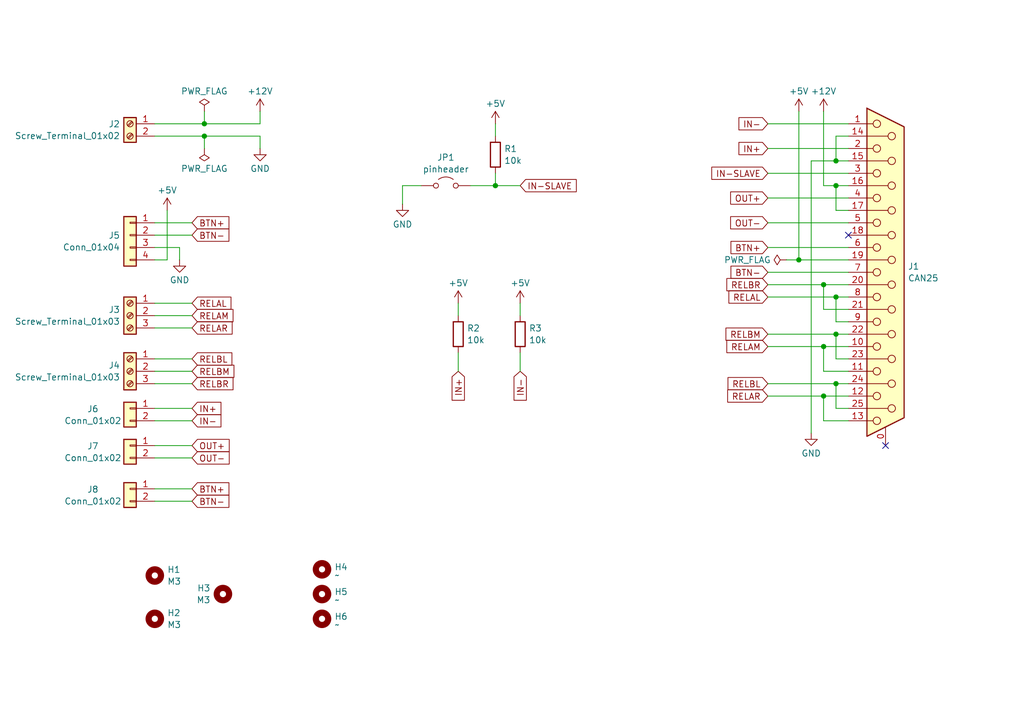
<source format=kicad_sch>
(kicad_sch (version 20231120) (generator "eeschema") (generator_version "8.0")
  (paper "A5")
  (title_block (title "WexlaCon - turnout connector") (date "2025-02-28") (rev "4.0") (company "Model Railroader Club Brno I – KMŽ Brno I – https://kmz-brno.cz/") (comment 1 "Jan Horáček") (comment 2 "https://github.com/kmzbrnoI/hwexla") (comment 3 "https://creativecommons.org/licenses/by-sa/4.0/") (comment 4 "Released under the Creative Commons Attribution-ShareAlike 4.0 License"))
  (lib_symbols
    (symbol "Connector:DB25_Receptacle_MountingHoles" (pin_names (offset 1.016) hide)
      (property "Reference" "J" (at 0 36.83 0))
      (property "Value" "DB25_Receptacle_MountingHoles" (at 0 34.925 0))
      (symbol "DB25_Receptacle_MountingHoles_0_1"
        (circle (center -1.778 -30.48) (radius 0.762))
        (circle (center -1.778 -25.4) (radius 0.762))
        (circle (center -1.778 -20.32) (radius 0.762))
        (circle (center -1.778 -15.24) (radius 0.762))
        (circle (center -1.778 -10.16) (radius 0.762))
        (circle (center -1.778 -5.08) (radius 0.762))
        (circle (center -1.778 0) (radius 0.762))
        (circle (center -1.778 5.08) (radius 0.762))
        (circle (center -1.778 10.16) (radius 0.762))
        (circle (center -1.778 15.24) (radius 0.762))
        (circle (center -1.778 20.32) (radius 0.762))
        (circle (center -1.778 25.4) (radius 0.762))
        (circle (center -1.778 30.48) (radius 0.762))
        (polyline (pts (xy -3.81 -30.48) (xy -2.54 -30.48)))
        (polyline (pts (xy -3.81 -27.94) (xy 0.508 -27.94)))
        (polyline (pts (xy -3.81 -25.4) (xy -2.54 -25.4)))
        (polyline (pts (xy -3.81 -22.86) (xy 0.508 -22.86)))
        (polyline (pts (xy -3.81 -20.32) (xy -2.54 -20.32)))
        (polyline (pts (xy -3.81 -17.78) (xy 0.508 -17.78)))
        (polyline (pts (xy -3.81 -15.24) (xy -2.54 -15.24)))
        (polyline (pts (xy -3.81 -12.7) (xy 0.508 -12.7)))
        (polyline (pts (xy -3.81 -10.16) (xy -2.54 -10.16)))
        (polyline (pts (xy -3.81 -7.62) (xy 0.508 -7.62)))
        (polyline (pts (xy -3.81 -5.08) (xy -2.54 -5.08)))
        (polyline (pts (xy -3.81 -2.54) (xy 0.508 -2.54)))
        (polyline (pts (xy -3.81 0) (xy -2.54 0)))
        (polyline (pts (xy -3.81 2.54) (xy 0.508 2.54)))
        (polyline (pts (xy -3.81 5.08) (xy -2.54 5.08)))
        (polyline (pts (xy -3.81 7.62) (xy 0.508 7.62)))
        (polyline (pts (xy -3.81 10.16) (xy -2.54 10.16)))
        (polyline (pts (xy -3.81 12.7) (xy 0.508 12.7)))
        (polyline (pts (xy -3.81 15.24) (xy -2.54 15.24)))
        (polyline (pts (xy -3.81 17.78) (xy 0.508 17.78)))
        (polyline (pts (xy -3.81 20.32) (xy -2.54 20.32)))
        (polyline (pts (xy -3.81 22.86) (xy 0.508 22.86)))
        (polyline (pts (xy -3.81 25.4) (xy -2.54 25.4)))
        (polyline (pts (xy -3.81 27.94) (xy 0.508 27.94)))
        (polyline (pts (xy -3.81 30.48) (xy -2.54 30.48)))
        (polyline (pts (xy -3.81 33.655) (xy 3.81 29.845) (xy 3.81 -29.845) (xy -3.81 -33.655) (xy -3.81 33.655)) (stroke (width 0.254)) (fill (type background)))
        (circle (center 1.27 -27.94) (radius 0.762))
        (circle (center 1.27 -22.86) (radius 0.762))
        (circle (center 1.27 -17.78) (radius 0.762))
        (circle (center 1.27 -12.7) (radius 0.762))
        (circle (center 1.27 -7.62) (radius 0.762))
        (circle (center 1.27 -2.54) (radius 0.762))
        (circle (center 1.27 2.54) (radius 0.762))
        (circle (center 1.27 7.62) (radius 0.762))
        (circle (center 1.27 12.7) (radius 0.762))
        (circle (center 1.27 17.78) (radius 0.762))
        (circle (center 1.27 22.86) (radius 0.762))
        (circle (center 1.27 27.94) (radius 0.762))
      )
      (symbol "DB25_Receptacle_MountingHoles_1_1"
        (pin passive line (at 0 -35.56 90) (length 3.81) (name "PAD") (number "0"))
        (pin passive line (at -7.62 30.48 0) (length 3.81) (name "1") (number "1"))
        (pin passive line (at -7.62 -15.24 0) (length 3.81) (name "10") (number "10"))
        (pin passive line (at -7.62 -20.32 0) (length 3.81) (name "11") (number "11"))
        (pin passive line (at -7.62 -25.4 0) (length 3.81) (name "12") (number "12"))
        (pin passive line (at -7.62 -30.48 0) (length 3.81) (name "13") (number "13"))
        (pin passive line (at -7.62 27.94 0) (length 3.81) (name "P14") (number "14"))
        (pin passive line (at -7.62 22.86 0) (length 3.81) (name "P15") (number "15"))
        (pin passive line (at -7.62 17.78 0) (length 3.81) (name "P16") (number "16"))
        (pin passive line (at -7.62 12.7 0) (length 3.81) (name "P17") (number "17"))
        (pin passive line (at -7.62 7.62 0) (length 3.81) (name "P18") (number "18"))
        (pin passive line (at -7.62 2.54 0) (length 3.81) (name "P19") (number "19"))
        (pin passive line (at -7.62 25.4 0) (length 3.81) (name "2") (number "2"))
        (pin passive line (at -7.62 -2.54 0) (length 3.81) (name "P20") (number "20"))
        (pin passive line (at -7.62 -7.62 0) (length 3.81) (name "P21") (number "21"))
        (pin passive line (at -7.62 -12.7 0) (length 3.81) (name "P22") (number "22"))
        (pin passive line (at -7.62 -17.78 0) (length 3.81) (name "P23") (number "23"))
        (pin passive line (at -7.62 -22.86 0) (length 3.81) (name "P24") (number "24"))
        (pin passive line (at -7.62 -27.94 0) (length 3.81) (name "P25") (number "25"))
        (pin passive line (at -7.62 20.32 0) (length 3.81) (name "3") (number "3"))
        (pin passive line (at -7.62 15.24 0) (length 3.81) (name "4") (number "4"))
        (pin passive line (at -7.62 10.16 0) (length 3.81) (name "5") (number "5"))
        (pin passive line (at -7.62 5.08 0) (length 3.81) (name "6") (number "6"))
        (pin passive line (at -7.62 0 0) (length 3.81) (name "7") (number "7"))
        (pin passive line (at -7.62 -5.08 0) (length 3.81) (name "8") (number "8"))
        (pin passive line (at -7.62 -10.16 0) (length 3.81) (name "9") (number "9"))
      )
    )
    (symbol "Connector:Screw_Terminal_01x02" (pin_names (offset 1.016) hide)
      (property "Reference" "J" (at 0 2.54 0))
      (property "Value" "Screw_Terminal_01x02" (at 0 -5.08 0))
      (symbol "Screw_Terminal_01x02_1_1"
        (rectangle (start -1.27 1.27) (end 1.27 -3.81) (stroke (width 0.254)) (fill (type background)))
        (circle (center 0 -2.54) (radius 0.635) (stroke (width 0.1524)))
        (polyline (pts (xy -0.5334 -2.2098) (xy 0.3302 -3.048)) (stroke (width 0.1524)))
        (polyline (pts (xy -0.5334 0.3302) (xy 0.3302 -0.508)) (stroke (width 0.1524)))
        (polyline (pts (xy -0.3556 -2.032) (xy 0.508 -2.8702)) (stroke (width 0.1524)))
        (polyline (pts (xy -0.3556 0.508) (xy 0.508 -0.3302)) (stroke (width 0.1524)))
        (circle (center 0 0) (radius 0.635) (stroke (width 0.1524)))
        (pin passive line (at -5.08 0 0) (length 3.81) (name "Pin_1") (number "1"))
        (pin passive line (at -5.08 -2.54 0) (length 3.81) (name "Pin_2") (number "2"))
      )
    )
    (symbol "Connector:Screw_Terminal_01x03" (pin_names (offset 1.016) hide)
      (property "Reference" "J" (at 0 5.08 0))
      (property "Value" "Screw_Terminal_01x03" (at 0 -5.08 0))
      (symbol "Screw_Terminal_01x03_1_1"
        (rectangle (start -1.27 3.81) (end 1.27 -3.81) (stroke (width 0.254)) (fill (type background)))
        (circle (center 0 -2.54) (radius 0.635) (stroke (width 0.1524)))
        (polyline (pts (xy -0.5334 -2.2098) (xy 0.3302 -3.048)) (stroke (width 0.1524)))
        (polyline (pts (xy -0.5334 0.3302) (xy 0.3302 -0.508)) (stroke (width 0.1524)))
        (polyline (pts (xy -0.5334 2.8702) (xy 0.3302 2.032)) (stroke (width 0.1524)))
        (polyline (pts (xy -0.3556 -2.032) (xy 0.508 -2.8702)) (stroke (width 0.1524)))
        (polyline (pts (xy -0.3556 0.508) (xy 0.508 -0.3302)) (stroke (width 0.1524)))
        (polyline (pts (xy -0.3556 3.048) (xy 0.508 2.2098)) (stroke (width 0.1524)))
        (circle (center 0 0) (radius 0.635) (stroke (width 0.1524)))
        (circle (center 0 2.54) (radius 0.635) (stroke (width 0.1524)))
        (pin passive line (at -5.08 2.54 0) (length 3.81) (name "Pin_1") (number "1"))
        (pin passive line (at -5.08 0 0) (length 3.81) (name "Pin_2") (number "2"))
        (pin passive line (at -5.08 -2.54 0) (length 3.81) (name "Pin_3") (number "3"))
      )
    )
    (symbol "Connector_Generic:Conn_01x02" (pin_names (offset 1.016) hide)
      (property "Reference" "J" (at 0 2.54 0))
      (property "Value" "Conn_01x02" (at 0 -5.08 0))
      (symbol "Conn_01x02_1_1"
        (rectangle (start -1.27 -2.413) (end 0 -2.667) (stroke (width 0.1524)))
        (rectangle (start -1.27 0.127) (end 0 -0.127) (stroke (width 0.1524)))
        (rectangle (start -1.27 1.27) (end 1.27 -3.81) (stroke (width 0.254)) (fill (type background)))
        (pin passive line (at -5.08 0 0) (length 3.81) (name "Pin_1") (number "1"))
        (pin passive line (at -5.08 -2.54 0) (length 3.81) (name "Pin_2") (number "2"))
      )
    )
    (symbol "Connector_Generic:Conn_01x04" (pin_names (offset 1.016) hide)
      (property "Reference" "J" (at 0 5.08 0))
      (property "Value" "Conn_01x04" (at 0 -7.62 0))
      (symbol "Conn_01x04_1_1"
        (rectangle (start -1.27 -4.953) (end 0 -5.207) (stroke (width 0.1524)))
        (rectangle (start -1.27 -2.413) (end 0 -2.667) (stroke (width 0.1524)))
        (rectangle (start -1.27 0.127) (end 0 -0.127) (stroke (width 0.1524)))
        (rectangle (start -1.27 2.667) (end 0 2.413) (stroke (width 0.1524)))
        (rectangle (start -1.27 3.81) (end 1.27 -6.35) (stroke (width 0.254)) (fill (type background)))
        (pin passive line (at -5.08 2.54 0) (length 3.81) (name "Pin_1") (number "1"))
        (pin passive line (at -5.08 0 0) (length 3.81) (name "Pin_2") (number "2"))
        (pin passive line (at -5.08 -2.54 0) (length 3.81) (name "Pin_3") (number "3"))
        (pin passive line (at -5.08 -5.08 0) (length 3.81) (name "Pin_4") (number "4"))
      )
    )
    (symbol "Device:R" (pin_numbers hide) (pin_names (offset 0))
      (property "Reference" "R" (at 2.032 0 90))
      (property "Value" "R" (at 0 0 90))
      (symbol "R_0_1"
        (rectangle (start -1.016 -2.54) (end 1.016 2.54) (stroke (width 0.254)))
      )
      (symbol "R_1_1"
        (pin passive line (at 0 3.81 270) (length 1.27) (name "~") (number "1"))
        (pin passive line (at 0 -3.81 90) (length 1.27) (name "~") (number "2"))
      )
    )
    (symbol "Jumper:Jumper_2_Open" (pin_numbers hide) (pin_names (offset 0) hide) (exclude_from_sim yes)
      (property "Reference" "JP" (at 0 2.794 0))
      (property "Value" "Jumper_2_Open" (at 0 -2.286 0))
      (symbol "Jumper_2_Open_0_0"
        (circle (center -2.032 0) (radius 0.508))
        (circle (center 2.032 0) (radius 0.508))
      )
      (symbol "Jumper_2_Open_0_1"
        (arc (start 1.524 1.27) (mid 0 1.778) (end -1.524 1.27))
      )
      (symbol "Jumper_2_Open_1_1"
        (pin passive line (at -5.08 0 0) (length 2.54) (name "A") (number "1"))
        (pin passive line (at 5.08 0 180) (length 2.54) (name "B") (number "2"))
      )
    )
    (symbol "Mechanical:MountingHole" (pin_names (offset 1.016)) (exclude_from_sim yes) (in_bom no)
      (property "Reference" "H" (at 0 5.08 0))
      (property "Value" "MountingHole" (at 0 3.175 0))
      (symbol "MountingHole_0_1"
        (circle (center 0 0) (radius 1.27) (stroke (width 1.27)))
      )
    )
    (symbol "power:+12V" (power) (pin_numbers hide) (pin_names (offset 0) hide)
      (property "Value" "+12V" (at 0 3.556 0))
      (symbol "+12V_0_1"
        (polyline (pts (xy -0.762 1.27) (xy 0 2.54)))
        (polyline (pts (xy 0 0) (xy 0 2.54)))
        (polyline (pts (xy 0 2.54) (xy 0.762 1.27)))
      )
      (symbol "+12V_1_1"
        (pin power_in line (at 0 0 90) (length 0) (name "~") (number "1"))
      )
    )
    (symbol "power:+5V" (power) (pin_numbers hide) (pin_names (offset 0) hide)
      (property "Value" "+5V" (at 0 3.556 0))
      (symbol "+5V_0_1"
        (polyline (pts (xy -0.762 1.27) (xy 0 2.54)))
        (polyline (pts (xy 0 0) (xy 0 2.54)))
        (polyline (pts (xy 0 2.54) (xy 0.762 1.27)))
      )
      (symbol "+5V_1_1"
        (pin power_in line (at 0 0 90) (length 0) (name "~") (number "1"))
      )
    )
    (symbol "power:GND" (power) (pin_numbers hide) (pin_names (offset 0) hide)
      (property "Value" "GND" (at 0 -3.81 0))
      (symbol "GND_0_1"
        (polyline (pts (xy 0 0) (xy 0 -1.27) (xy 1.27 -1.27) (xy 0 -2.54) (xy -1.27 -1.27) (xy 0 -1.27)))
      )
      (symbol "GND_1_1"
        (pin power_in line (at 0 0 270) (length 0) (name "~") (number "1"))
      )
    )
    (symbol "power:PWR_FLAG" (power) (pin_numbers hide) (pin_names (offset 0) hide)
      (property "Value" "PWR_FLAG" (at 0 3.81 0))
      (symbol "PWR_FLAG_0_0"
        (pin power_out line (at 0 0 90) (length 0) (name "~") (number "1"))
      )
      (symbol "PWR_FLAG_0_1"
        (polyline (pts (xy 0 0) (xy 0 1.27) (xy -1.016 1.905) (xy 0 2.54) (xy 1.016 1.905) (xy 0 1.27)))
      )
    )
  )
  (junction (at 171.45 33.02))
  (junction (at 101.6 38.1))
  (junction (at 168.91 81.28))
  (junction (at 171.45 60.96))
  (junction (at 168.91 71.12))
  (junction (at 163.83 53.34))
  (junction (at 41.91 25.4))
  (junction (at 171.45 38.1))
  (junction (at 168.91 58.42))
  (junction (at 41.91 27.94))
  (junction (at 171.45 68.58))
  (junction (at 171.45 78.74))
  (no_connect (at 173.99 48.26))
  (no_connect (at 181.61 91.44))
  (wire (pts (xy 39.37 78.74) (xy 31.75 78.74)))
  (wire (pts (xy 166.37 33.02) (xy 166.37 88.9)))
  (wire (pts (xy 101.6 35.56) (xy 101.6 38.1)))
  (wire (pts (xy 173.99 53.34) (xy 163.83 53.34)))
  (wire (pts (xy 173.99 25.4) (xy 157.48 25.4)))
  (wire (pts (xy 171.45 66.04) (xy 171.45 60.96)))
  (wire (pts (xy 39.37 76.2) (xy 31.75 76.2)))
  (wire (pts (xy 173.99 66.04) (xy 171.45 66.04)))
  (wire (pts (xy 31.75 100.33) (xy 39.37 100.33)))
  (wire (pts (xy 173.99 58.42) (xy 168.91 58.42)))
  (wire (pts (xy 41.91 22.86) (xy 41.91 25.4)))
  (wire (pts (xy 173.99 33.02) (xy 171.45 33.02)))
  (wire (pts (xy 53.34 27.94) (xy 41.91 27.94)))
  (wire (pts (xy 39.37 62.23) (xy 31.75 62.23)))
  (wire (pts (xy 173.99 45.72) (xy 157.48 45.72)))
  (wire (pts (xy 173.99 60.96) (xy 171.45 60.96)))
  (wire (pts (xy 39.37 48.26) (xy 31.75 48.26)))
  (wire (pts (xy 39.37 73.66) (xy 31.75 73.66)))
  (wire (pts (xy 171.45 78.74) (xy 157.48 78.74)))
  (wire (pts (xy 171.45 83.82) (xy 173.99 83.82)))
  (wire (pts (xy 31.75 93.98) (xy 39.37 93.98)))
  (wire (pts (xy 171.45 68.58) (xy 157.48 68.58)))
  (wire (pts (xy 171.45 33.02) (xy 166.37 33.02)))
  (wire (pts (xy 173.99 81.28) (xy 168.91 81.28)))
  (wire (pts (xy 34.29 43.18) (xy 34.29 53.34)))
  (wire (pts (xy 39.37 45.72) (xy 31.75 45.72)))
  (wire (pts (xy 171.45 73.66) (xy 173.99 73.66)))
  (wire (pts (xy 31.75 53.34) (xy 34.29 53.34)))
  (wire (pts (xy 53.34 25.4) (xy 41.91 25.4)))
  (wire (pts (xy 173.99 30.48) (xy 157.48 30.48)))
  (wire (pts (xy 36.83 50.8) (xy 31.75 50.8)))
  (wire (pts (xy 31.75 102.87) (xy 39.37 102.87)))
  (wire (pts (xy 173.99 50.8) (xy 157.48 50.8)))
  (wire (pts (xy 173.99 68.58) (xy 171.45 68.58)))
  (wire (pts (xy 39.37 67.31) (xy 31.75 67.31)))
  (wire (pts (xy 168.91 71.12) (xy 168.91 76.2)))
  (wire (pts (xy 41.91 27.94) (xy 31.75 27.94)))
  (wire (pts (xy 41.91 27.94) (xy 41.91 30.48)))
  (wire (pts (xy 171.45 68.58) (xy 171.45 73.66)))
  (wire (pts (xy 161.29 53.34) (xy 163.83 53.34)))
  (wire (pts (xy 173.99 78.74) (xy 171.45 78.74)))
  (wire (pts (xy 39.37 64.77) (xy 31.75 64.77)))
  (wire (pts (xy 168.91 86.36) (xy 173.99 86.36)))
  (wire (pts (xy 173.99 55.88) (xy 157.48 55.88)))
  (wire (pts (xy 168.91 81.28) (xy 168.91 86.36)))
  (wire (pts (xy 171.45 27.94) (xy 171.45 33.02)))
  (wire (pts (xy 173.99 40.64) (xy 157.48 40.64)))
  (wire (pts (xy 173.99 76.2) (xy 168.91 76.2)))
  (wire (pts (xy 173.99 38.1) (xy 171.45 38.1)))
  (wire (pts (xy 171.45 38.1) (xy 171.45 43.18)))
  (wire (pts (xy 96.52 38.1) (xy 101.6 38.1)))
  (wire (pts (xy 171.45 60.96) (xy 157.48 60.96)))
  (wire (pts (xy 106.68 62.23) (xy 106.68 64.77)))
  (wire (pts (xy 41.91 25.4) (xy 31.75 25.4)))
  (wire (pts (xy 173.99 71.12) (xy 168.91 71.12)))
  (wire (pts (xy 173.99 35.56) (xy 157.48 35.56)))
  (wire (pts (xy 163.83 22.86) (xy 163.83 53.34)))
  (wire (pts (xy 171.45 38.1) (xy 168.91 38.1)))
  (wire (pts (xy 36.83 50.8) (xy 36.83 53.34)))
  (wire (pts (xy 168.91 63.5) (xy 173.99 63.5)))
  (wire (pts (xy 173.99 27.94) (xy 171.45 27.94)))
  (wire (pts (xy 168.91 71.12) (xy 157.48 71.12)))
  (wire (pts (xy 93.98 62.23) (xy 93.98 64.77)))
  (wire (pts (xy 168.91 58.42) (xy 168.91 63.5)))
  (wire (pts (xy 101.6 25.4) (xy 101.6 27.94)))
  (wire (pts (xy 168.91 22.86) (xy 168.91 38.1)))
  (wire (pts (xy 31.75 86.36) (xy 39.37 86.36)))
  (wire (pts (xy 82.55 38.1) (xy 86.36 38.1)))
  (wire (pts (xy 31.75 83.82) (xy 39.37 83.82)))
  (wire (pts (xy 171.45 43.18) (xy 173.99 43.18)))
  (wire (pts (xy 101.6 38.1) (xy 106.68 38.1)))
  (wire (pts (xy 171.45 78.74) (xy 171.45 83.82)))
  (wire (pts (xy 53.34 27.94) (xy 53.34 30.48)))
  (wire (pts (xy 53.34 22.86) (xy 53.34 25.4)))
  (wire (pts (xy 93.98 72.39) (xy 93.98 76.2)))
  (wire (pts (xy 168.91 81.28) (xy 157.48 81.28)))
  (wire (pts (xy 106.68 72.39) (xy 106.68 76.2)))
  (wire (pts (xy 82.55 41.91) (xy 82.55 38.1)))
  (wire (pts (xy 31.75 91.44) (xy 39.37 91.44)))
  (wire (pts (xy 168.91 58.42) (xy 157.48 58.42)))
  (global_label "IN-SLAVE" (shape input) (at 157.48 35.56 180) (property "Intersheetrefs" "${INTERSHEET_REFS}" (effects (hide yes))))
  (global_label "OUT-" (shape input) (at 39.37 93.98 0) (property "Intersheetrefs" "${INTERSHEET_REFS}" (effects (hide yes))))
  (global_label "IN-" (shape input) (at 39.37 86.36 0) (property "Intersheetrefs" "${INTERSHEET_REFS}" (effects (hide yes))))
  (global_label "BTN+" (shape input) (at 39.37 45.72 0) (property "Intersheetrefs" "${INTERSHEET_REFS}" (effects (hide yes))))
  (global_label "OUT+" (shape input) (at 157.48 40.64 180) (property "Intersheetrefs" "${INTERSHEET_REFS}" (effects (hide yes))))
  (global_label "BTN+" (shape input) (at 39.37 100.33 0) (property "Intersheetrefs" "${INTERSHEET_REFS}" (effects (hide yes))))
  (global_label "RELBR" (shape input) (at 157.48 58.42 180) (property "Intersheetrefs" "${INTERSHEET_REFS}" (effects (hide yes))))
  (global_label "IN-" (shape input) (at 106.68 76.2 270) (property "Intersheetrefs" "${INTERSHEET_REFS}" (effects (hide yes))))
  (global_label "RELAM" (shape input) (at 157.48 71.12 180) (property "Intersheetrefs" "${INTERSHEET_REFS}" (effects (hide yes))))
  (global_label "RELAR" (shape input) (at 39.37 67.31 0) (property "Intersheetrefs" "${INTERSHEET_REFS}" (effects (hide yes))))
  (global_label "RELBR" (shape input) (at 39.37 78.74 0) (property "Intersheetrefs" "${INTERSHEET_REFS}" (effects (hide yes))))
  (global_label "RELAL" (shape input) (at 157.48 60.96 180) (property "Intersheetrefs" "${INTERSHEET_REFS}" (effects (hide yes))))
  (global_label "RELAR" (shape input) (at 157.48 81.28 180) (property "Intersheetrefs" "${INTERSHEET_REFS}" (effects (hide yes))))
  (global_label "BTN+" (shape input) (at 157.48 50.8 180) (property "Intersheetrefs" "${INTERSHEET_REFS}" (effects (hide yes))))
  (global_label "RELAM" (shape input) (at 39.37 64.77 0) (property "Intersheetrefs" "${INTERSHEET_REFS}" (effects (hide yes))))
  (global_label "RELBL" (shape input) (at 157.48 78.74 180) (property "Intersheetrefs" "${INTERSHEET_REFS}" (effects (hide yes))))
  (global_label "RELAL" (shape input) (at 39.37 62.23 0) (property "Intersheetrefs" "${INTERSHEET_REFS}" (effects (hide yes))))
  (global_label "BTN-" (shape input) (at 39.37 102.87 0) (property "Intersheetrefs" "${INTERSHEET_REFS}" (effects (hide yes))))
  (global_label "IN+" (shape input) (at 39.37 83.82 0) (property "Intersheetrefs" "${INTERSHEET_REFS}" (effects (hide yes))))
  (global_label "OUT-" (shape input) (at 157.48 45.72 180) (property "Intersheetrefs" "${INTERSHEET_REFS}" (effects (hide yes))))
  (global_label "RELBM" (shape input) (at 39.37 76.2 0) (property "Intersheetrefs" "${INTERSHEET_REFS}" (effects (hide yes))))
  (global_label "IN+" (shape input) (at 93.98 76.2 270) (property "Intersheetrefs" "${INTERSHEET_REFS}" (effects (hide yes))))
  (global_label "IN-" (shape input) (at 157.48 25.4 180) (property "Intersheetrefs" "${INTERSHEET_REFS}" (effects (hide yes))))
  (global_label "OUT+" (shape input) (at 39.37 91.44 0) (property "Intersheetrefs" "${INTERSHEET_REFS}" (effects (hide yes))))
  (global_label "IN-SLAVE" (shape input) (at 106.68 38.1 0) (property "Intersheetrefs" "${INTERSHEET_REFS}" (effects (hide yes))))
  (global_label "BTN-" (shape input) (at 157.48 55.88 180) (property "Intersheetrefs" "${INTERSHEET_REFS}" (effects (hide yes))))
  (global_label "IN+" (shape input) (at 157.48 30.48 180) (property "Intersheetrefs" "${INTERSHEET_REFS}" (effects (hide yes))))
  (global_label "RELBL" (shape input) (at 39.37 73.66 0) (property "Intersheetrefs" "${INTERSHEET_REFS}" (effects (hide yes))))
  (global_label "RELBM" (shape input) (at 157.48 68.58 180) (property "Intersheetrefs" "${INTERSHEET_REFS}" (effects (hide yes))))
  (global_label "BTN-" (shape input) (at 39.37 48.26 0) (property "Intersheetrefs" "${INTERSHEET_REFS}" (effects (hide yes))))
  (symbol (lib_id "Jumper:Jumper_2_Open") (at 91.44 38.1 0) (mirror y) (unit 1) (exclude_from_sim yes)
    (property "Reference" "JP1" (at 91.44 32.3045 0))
    (property "Value" "pinheader" (at 91.44 34.7288 0))
    (property "Footprint" "Connector_PinHeader_2.54mm:PinHeader_1x02_P2.54mm_Vertical" (effects (hide yes)))
    (property "Description" "Jumper, 2-pole, open" (effects (hide yes)))
  )
  (symbol (lib_id "power:GND") (at 82.55 41.91 0) (unit 1)
    (property "Reference" "#PWR08" (effects (hide yes)))
    (property "Value" "GND" (at 82.55 46.0431 0))
    (property "Description" "Power symbol creates a global label with name \"GND\" , ground" (effects (hide yes)))
  )
  (symbol (lib_id "Connector_Generic:Conn_01x02") (at 26.67 91.44 0) (mirror y) (unit 1)
    (property "Reference" "J7" (at 19.05 91.5557 0))
    (property "Value" "Conn_01x02" (at 19.05 93.98 0))
    (property "Description" "Generic connector, single row, 01x02, script generated (kicad-library-utils/schlib/autogen/connector/)" (effects (hide yes)))
  )
  (symbol (lib_id "power:PWR_FLAG") (at 41.91 30.48 180) (unit 1)
    (property "Reference" "#FLG02" (effects (hide yes)))
    (property "Value" "PWR_FLAG" (at 41.91 34.6131 0))
    (property "Description" "Special symbol for telling ERC where power comes from" (effects (hide yes)))
  )
  (symbol (lib_id "Mechanical:MountingHole") (at 66.04 116.84 0) (unit 1) (exclude_from_sim yes) (in_bom no)
    (property "Reference" "H4" (at 68.58 116.3708 0) (effects (justify left)))
    (property "Value" "~" (at 68.58 118.0522 0) (effects (justify left)))
    (property "Description" "Mounting Hole without connection" (effects (hide yes)))
  )
  (symbol (lib_id "Connector:DB25_Receptacle_MountingHoles") (at 181.61 55.88 0) (unit 1)
    (property "Reference" "J1" (at 186.182 54.6678 0) (effects (justify left)))
    (property "Value" "CAN25" (at 186.182 57.0921 0) (effects (justify left)))
    (property "Footprint" "Connector_Dsub:DSUB-25_Female_Vertical_P2.77x2.84mm_MountingHoles" (effects (hide yes)))
    (property "Description" "25-pin female receptacle socket D-SUB connector, Mounting Hole" (effects (hide yes)))
  )
  (symbol (lib_id "power:+5V") (at 34.29 43.18 0) (unit 1)
    (property "Reference" "#PWR07" (effects (hide yes)))
    (property "Value" "+5V" (at 34.29 39.0469 0))
    (property "Description" "Power symbol creates a global label with name \"+5V\"" (effects (hide yes)))
  )
  (symbol (lib_id "power:+12V") (at 168.91 22.86 0) (unit 1)
    (property "Reference" "#PWR01" (effects (hide yes)))
    (property "Value" "+12V" (at 168.91 18.7269 0))
    (property "Description" "Power symbol creates a global label with name \"+12V\"" (effects (hide yes)))
  )
  (symbol (lib_id "Connector_Generic:Conn_01x04") (at 26.67 48.26 0) (mirror y) (unit 1)
    (property "Reference" "J5" (at 24.638 48.3178 0) (effects (justify left)))
    (property "Value" "Conn_01x04" (at 24.638 50.7421 0) (effects (justify left)))
    (property "Footprint" "Connector_Molex:Molex_KK-254_AE-6410-04A_1x04_P2.54mm_Vertical" (effects (hide yes)))
    (property "Description" "Generic connector, single row, 01x04, script generated (kicad-library-utils/schlib/autogen/connector/)" (effects (hide yes)))
  )
  (symbol (lib_id "Mechanical:MountingHole") (at 31.75 127 0) (unit 1) (exclude_from_sim yes) (in_bom no)
    (property "Reference" "H2" (at 34.29 125.7878 0) (effects (justify left)))
    (property "Value" "M3" (at 34.29 128.2121 0) (effects (justify left)))
    (property "Footprint" "MountingHole:MountingHole_3.2mm_M3_Pad" (effects (hide yes)))
    (property "Description" "Mounting Hole without connection" (effects (hide yes)))
  )
  (symbol (lib_id "power:GND") (at 53.34 30.48 0) (unit 1)
    (property "Reference" "#PWR05" (effects (hide yes)))
    (property "Value" "GND" (at 53.34 34.6131 0))
    (property "Description" "Power symbol creates a global label with name \"GND\" , ground" (effects (hide yes)))
  )
  (symbol (lib_id "power:PWR_FLAG") (at 41.91 22.86 0) (unit 1)
    (property "Reference" "#FLG01" (effects (hide yes)))
    (property "Value" "PWR_FLAG" (at 41.91 18.7269 0))
    (property "Description" "Special symbol for telling ERC where power comes from" (effects (hide yes)))
  )
  (symbol (lib_id "power:+5V") (at 163.83 22.86 0) (unit 1)
    (property "Reference" "#PWR03" (effects (hide yes)))
    (property "Value" "+5V" (at 163.83 18.7269 0))
    (property "Description" "Power symbol creates a global label with name \"+5V\"" (effects (hide yes)))
  )
  (symbol (lib_id "Device:R") (at 101.6 31.75 0) (unit 1)
    (property "Reference" "R1" (at 103.378 30.5378 0) (effects (justify left)))
    (property "Value" "10k" (at 103.378 32.9621 0) (effects (justify left)))
    (property "Footprint" "Resistor_SMD:R_1206_3216Metric" (effects (hide yes)))
    (property "Description" "Resistor" (effects (hide yes)))
  )
  (symbol (lib_id "power:+5V") (at 93.98 62.23 0) (unit 1)
    (property "Reference" "#PWR010" (effects (hide yes)))
    (property "Value" "+5V" (at 93.98 58.0969 0))
    (property "Description" "Power symbol creates a global label with name \"+5V\"" (effects (hide yes)))
  )
  (symbol (lib_id "power:GND") (at 166.37 88.9 0) (unit 1)
    (property "Reference" "#PWR02" (effects (hide yes)))
    (property "Value" "GND" (at 166.37 93.0331 0))
    (property "Description" "Power symbol creates a global label with name \"GND\" , ground" (effects (hide yes)))
  )
  (symbol (lib_id "Device:R") (at 106.68 68.58 0) (unit 1)
    (property "Reference" "R3" (at 108.458 67.3678 0) (effects (justify left)))
    (property "Value" "10k" (at 108.458 69.7921 0) (effects (justify left)))
    (property "Footprint" "Resistor_SMD:R_1206_3216Metric" (effects (hide yes)))
    (property "Description" "Resistor" (effects (hide yes)))
  )
  (symbol (lib_id "Connector:Screw_Terminal_01x03") (at 26.67 76.2 0) (mirror y) (unit 1)
    (property "Reference" "J4" (at 24.638 74.9878 0) (effects (justify left)))
    (property "Value" "Screw_Terminal_01x03" (at 24.638 77.4121 0) (effects (justify left)))
    (property "Description" "Generic screw terminal, single row, 01x03, script generated (kicad-library-utils/schlib/autogen/connector/)" (effects (hide yes)))
  )
  (symbol (lib_id "Connector:Screw_Terminal_01x02") (at 26.67 25.4 0) (mirror y) (unit 1)
    (property "Reference" "J2" (at 24.638 25.4578 0) (effects (justify left)))
    (property "Value" "Screw_Terminal_01x02" (at 24.638 27.8821 0) (effects (justify left)))
    (property "Description" "Generic screw terminal, single row, 01x02, script generated (kicad-library-utils/schlib/autogen/connector/)" (effects (hide yes)))
  )
  (symbol (lib_id "Mechanical:MountingHole") (at 31.75 118.11 0) (unit 1) (exclude_from_sim yes) (in_bom no)
    (property "Reference" "H1" (at 34.29 116.8978 0) (effects (justify left)))
    (property "Value" "M3" (at 34.29 119.3221 0) (effects (justify left)))
    (property "Footprint" "MountingHole:MountingHole_3.2mm_M3_Pad" (effects (hide yes)))
    (property "Description" "Mounting Hole without connection" (effects (hide yes)))
  )
  (symbol (lib_id "Connector_Generic:Conn_01x02") (at 26.67 83.82 0) (mirror y) (unit 1)
    (property "Reference" "J6" (at 19.05 83.9357 0))
    (property "Value" "Conn_01x02" (at 19.05 86.36 0))
    (property "Description" "Generic connector, single row, 01x02, script generated (kicad-library-utils/schlib/autogen/connector/)" (effects (hide yes)))
  )
  (symbol (lib_id "Mechanical:MountingHole") (at 66.04 121.92 0) (unit 1) (exclude_from_sim yes) (in_bom no)
    (property "Reference" "H5" (at 68.58 121.4508 0) (effects (justify left)))
    (property "Value" "~" (at 68.58 123.1322 0) (effects (justify left)))
    (property "Description" "Mounting Hole without connection" (effects (hide yes)))
  )
  (symbol (lib_id "power:+5V") (at 106.68 62.23 0) (unit 1)
    (property "Reference" "#PWR011" (effects (hide yes)))
    (property "Value" "+5V" (at 106.68 58.0969 0))
    (property "Description" "Power symbol creates a global label with name \"+5V\"" (effects (hide yes)))
  )
  (symbol (lib_id "Device:R") (at 93.98 68.58 0) (unit 1)
    (property "Reference" "R2" (at 95.758 67.3678 0) (effects (justify left)))
    (property "Value" "10k" (at 95.758 69.7921 0) (effects (justify left)))
    (property "Footprint" "Resistor_SMD:R_1206_3216Metric" (effects (hide yes)))
    (property "Description" "Resistor" (effects (hide yes)))
  )
  (symbol (lib_id "power:GND") (at 36.83 53.34 0) (unit 1)
    (property "Reference" "#PWR06" (effects (hide yes)))
    (property "Value" "GND" (at 36.83 57.4731 0))
    (property "Description" "Power symbol creates a global label with name \"GND\" , ground" (effects (hide yes)))
  )
  (symbol (lib_id "Mechanical:MountingHole") (at 66.04 127 0) (unit 1) (exclude_from_sim yes) (in_bom no)
    (property "Reference" "H6" (at 68.58 126.5308 0) (effects (justify left)))
    (property "Value" "~" (at 68.58 128.2122 0) (effects (justify left)))
    (property "Description" "Mounting Hole without connection" (effects (hide yes)))
  )
  (symbol (lib_id "Connector:Screw_Terminal_01x03") (at 26.67 64.77 0) (mirror y) (unit 1)
    (property "Reference" "J3" (at 24.638 63.5578 0) (effects (justify left)))
    (property "Value" "Screw_Terminal_01x03" (at 24.638 65.9821 0) (effects (justify left)))
    (property "Description" "Generic screw terminal, single row, 01x03, script generated (kicad-library-utils/schlib/autogen/connector/)" (effects (hide yes)))
  )
  (symbol (lib_id "Connector_Generic:Conn_01x02") (at 26.67 100.33 0) (mirror y) (unit 1)
    (property "Reference" "J8" (at 19.05 100.4457 0))
    (property "Value" "Conn_01x02" (at 19.05 102.87 0))
    (property "Description" "Generic connector, single row, 01x02, script generated (kicad-library-utils/schlib/autogen/connector/)" (effects (hide yes)))
  )
  (symbol (lib_id "power:+12V") (at 53.34 22.86 0) (unit 1)
    (property "Reference" "#PWR04" (effects (hide yes)))
    (property "Value" "+12V" (at 53.34 18.7269 0))
    (property "Description" "Power symbol creates a global label with name \"+12V\"" (effects (hide yes)))
  )
  (symbol (lib_id "Mechanical:MountingHole") (at 45.72 121.92 0) (mirror y) (unit 1) (exclude_from_sim yes) (in_bom no)
    (property "Reference" "H3" (at 43.18 120.7078 0) (effects (justify left)))
    (property "Value" "M3" (at 43.18 123.1321 0) (effects (justify left)))
    (property "Footprint" "MountingHole:MountingHole_3.2mm_M3_Pad" (effects (hide yes)))
    (property "Description" "Mounting Hole without connection" (effects (hide yes)))
  )
  (symbol (lib_id "power:+5V") (at 101.6 25.4 0) (unit 1)
    (property "Reference" "#PWR09" (effects (hide yes)))
    (property "Value" "+5V" (at 101.6 21.2669 0))
    (property "Description" "Power symbol creates a global label with name \"+5V\"" (effects (hide yes)))
  )
  (symbol (lib_id "power:PWR_FLAG") (at 161.29 53.34 90) (unit 1)
    (property "Reference" "#FLG03" (effects (hide yes)))
    (property "Value" "PWR_FLAG" (at 158.1151 53.34 90) (effects (justify left)))
    (property "Description" "Special symbol for telling ERC where power comes from" (effects (hide yes)))
  )
)
</source>
